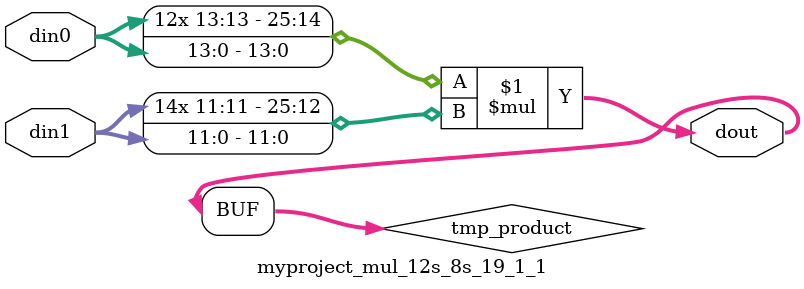
<source format=v>

`timescale 1 ns / 1 ps

 module myproject_mul_12s_8s_19_1_1(din0, din1, dout);
parameter ID = 1;
parameter NUM_STAGE = 0;
parameter din0_WIDTH = 14;
parameter din1_WIDTH = 12;
parameter dout_WIDTH = 26;

input [din0_WIDTH - 1 : 0] din0; 
input [din1_WIDTH - 1 : 0] din1; 
output [dout_WIDTH - 1 : 0] dout;

wire signed [dout_WIDTH - 1 : 0] tmp_product;



























assign tmp_product = $signed(din0) * $signed(din1);








assign dout = tmp_product;





















endmodule

</source>
